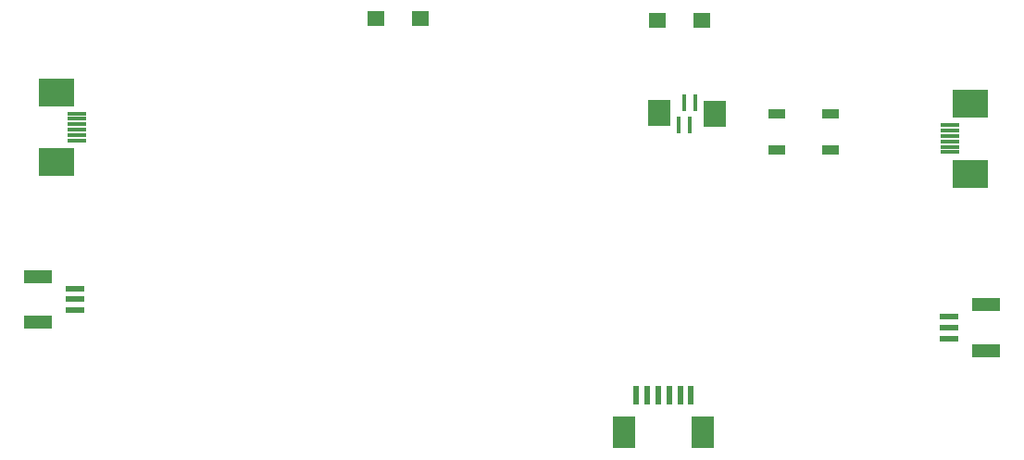
<source format=gbr>
%TF.GenerationSoftware,KiCad,Pcbnew,8.0.2*%
%TF.CreationDate,2024-07-12T01:17:03+08:00*%
%TF.ProjectId,bldcDriver,626c6463-4472-4697-9665-722e6b696361,rev?*%
%TF.SameCoordinates,Original*%
%TF.FileFunction,Paste,Top*%
%TF.FilePolarity,Positive*%
%FSLAX46Y46*%
G04 Gerber Fmt 4.6, Leading zero omitted, Abs format (unit mm)*
G04 Created by KiCad (PCBNEW 8.0.2) date 2024-07-12 01:17:03*
%MOMM*%
%LPD*%
G01*
G04 APERTURE LIST*
%ADD10R,0.500000X1.700000*%
%ADD11R,2.000000X3.000000*%
%ADD12R,1.700000X0.500000*%
%ADD13R,2.500000X1.200000*%
%ADD14R,0.400000X1.500000*%
%ADD15R,2.000000X2.400000*%
%ADD16R,1.800000X0.350000*%
%ADD17R,3.200000X2.500000*%
%ADD18R,1.530000X1.360000*%
%ADD19R,1.500000X0.900000*%
G04 APERTURE END LIST*
D10*
%TO.C,J2*%
X88600000Y-66900000D03*
X89600000Y-66900000D03*
X90600000Y-66900000D03*
X91600000Y-66900000D03*
X92600000Y-66900000D03*
X93600000Y-66900000D03*
D11*
X94700000Y-70300000D03*
X87500000Y-70300000D03*
%TD*%
D12*
%TO.C,CN2*%
X117171500Y-61703500D03*
X117171500Y-60703500D03*
X117171500Y-59703500D03*
D13*
X120571500Y-58603500D03*
X120571500Y-62803500D03*
%TD*%
D14*
%TO.C,P1*%
X92487000Y-42113000D03*
X92987000Y-40085000D03*
X93487000Y-42113000D03*
X93987000Y-40085000D03*
D15*
X95800000Y-41100000D03*
X90674000Y-41091000D03*
%TD*%
D16*
%TO.C,U4*%
X117250000Y-42150000D03*
X117250000Y-42650000D03*
X117250000Y-43150000D03*
X117250000Y-43650000D03*
X117250000Y-44150000D03*
X117250000Y-44650000D03*
D17*
X119150000Y-46600000D03*
X119150000Y-40200000D03*
%TD*%
D18*
%TO.C,SW1*%
X90500000Y-32600000D03*
X94570000Y-32600000D03*
%TD*%
D19*
%TO.C,D12*%
X106350000Y-44450000D03*
X106350000Y-41150000D03*
X101450000Y-41150000D03*
X101450000Y-44450000D03*
%TD*%
D18*
%TO.C,SW2*%
X68835000Y-32400000D03*
X64765000Y-32400000D03*
%TD*%
D12*
%TO.C,CN1*%
X37285000Y-57100000D03*
X37285000Y-58100000D03*
X37285000Y-59100000D03*
D13*
X33885000Y-60200000D03*
X33885000Y-56000000D03*
%TD*%
D16*
%TO.C,U10*%
X37467000Y-43600000D03*
X37467000Y-43100000D03*
X37467000Y-42600000D03*
X37467000Y-42100000D03*
X37467000Y-41600000D03*
X37467000Y-41100000D03*
D17*
X35567000Y-39150000D03*
X35567000Y-45550000D03*
%TD*%
M02*

</source>
